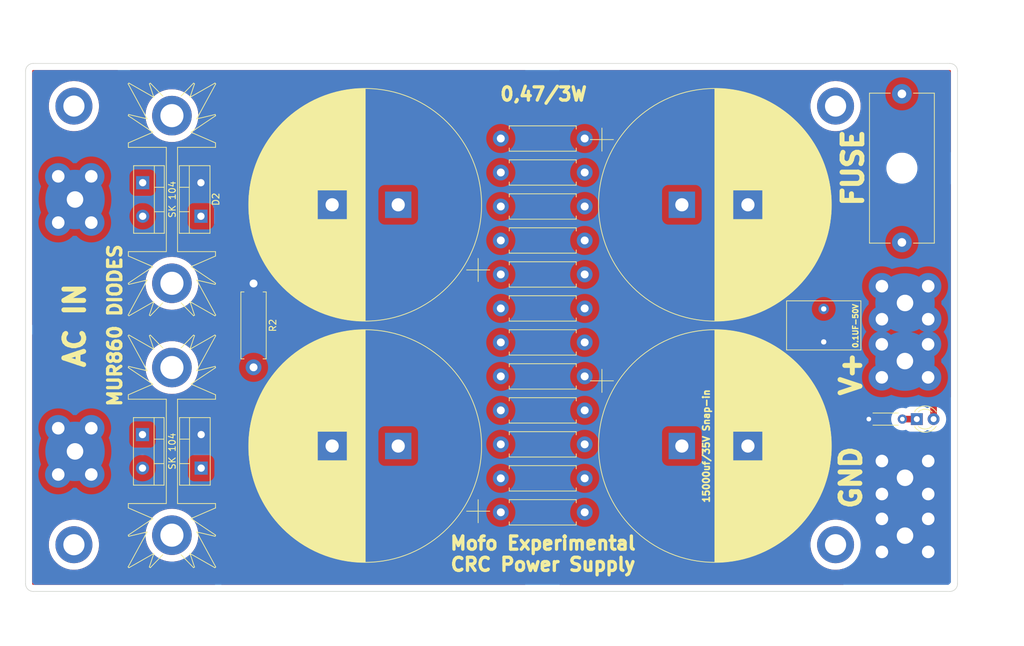
<source format=kicad_pcb>
(kicad_pcb (version 20211014) (generator pcbnew)
  (layers (0 "F.Cu" signal) (31 "B.Cu" signal) (34 "B.Paste" user) (35 "F.Paste" user) (36 "B.SilkS" user "B.Silkscreen") (37 "F.SilkS" user "F.Silkscreen") (38 "B.Mask" user) (39 "F.Mask" user) (44 "Edge.Cuts" user))
  (net 0 "")
  (net 1 "Net-(AC1-Pad1)")
  (net 2 "Net-(AC2-Pad1)")
  (net 3 "/V+")
  (net 4 "/GND")
  (net 5 "Net-(D1-Pad1)")
  (net 6 "Net-(F1-Pad1)")
  (footprint "Resistor_THT:R_Axial_DIN0411_L9.9mm_D3.6mm_P12.70mm_Horizontal" (layer "F.Cu") (at 132.8227 61.081164)
    (fp_text reference "R4" hide)
    (fp_text value "R")
    (pad "1" thru_hole circle locked (at 0 0) (size 2.4 2.4) (drill 1.2) (layers *.Cu *.Mask) (net 3 "/V+"))
    (pad "2" thru_hole oval locked (at 12.7 0) (size 2.4 2.4) (drill 1.2) (layers *.Cu *.Mask) (net 3 "/V+"))
  )
  (footprint "Custom Library:M4_Screw_Terminal" (layer "F.Cu") (at 190.5148 108.4111)
    (fp_text reference "GND2" hide)
    (fp_text value " " hide)
    (pad "1" thru_hole circle (at 0 0) (size 4 4) (drill 1.905) (layers *.Cu *.Mask) (net 4 "/GND"))
    (pad "1" thru_hole circle (at 3.5 2.54) (size 9 9) (drill 2.5) (layers *.Cu *.Mask) (net 4 "/GND"))
    (pad "1" thru_hole circle (at 7.0104 0) (size 4 4) (drill 1.905) (layers *.Cu *.Mask) (net 4 "/GND"))
    (pad "1" thru_hole circle (at 7.0104 5.0038) (size 4 4) (drill 1.905) (layers *.Cu *.Mask) (net 4 "/GND"))
    (pad "1" thru_hole circle (at 0 5.0038) (size 4 4) (drill 1.905) (layers *.Cu *.Mask) (net 4 "/GND"))
  )
  (footprint "MountingHole:MountingHole_3.2mm_M3_DIN965_Pad" (layer "F.Cu") (at 68.2 45.874802)
    (fp_text reference "H4" hide)
    (fp_text value "MountingHole")
    (pad "1" thru_hole circle locked (at 0 0) (size 5.6 5.6) (drill 3.2) (layers *.Cu *.Mask))
  )
  (footprint "MountingHole:MountingHole_3.2mm_M3_DIN965_Pad" (layer "F.Cu") (at 183.5 45.874802)
    (fp_text reference "H3" hide)
    (fp_text value "MountingHole")
    (pad "1" thru_hole circle locked (at 0 0) (size 5.6 5.6) (drill 3.2) (layers *.Cu *.Mask))
  )
  (footprint "Fuse:Fuseholder_Cylinder-5x20mm_Schurter_0031_8201_Horizontal_Open" (layer "F.Cu") (at 193.5427 66.523505 90)
    (fp_text reference "FUSE" (at 11.293505 -7.4127 90) (layer "F.SilkS") (effects (font (size 3 3) (thickness 0.75))))
    (fp_text value "Fuse")
    (pad "" np_thru_hole circle locked (at 11.25 0 90) (size 2.7 2.7) (drill 2.7) (layers *.Cu *.Mask))
    (pad "1" thru_hole circle locked (at 0 0 90) (size 3 3) (drill 1.3) (layers *.Cu *.Mask) (net 6 "Net-(F1-Pad1)"))
    (pad "2" thru_hole circle locked (at 22.5 0 90) (size 3 3) (drill 1.3) (layers *.Cu *.Mask) (net 3 "/V+"))
  )
  (footprint "Resistor_THT:R_Axial_DIN0411_L9.9mm_D3.6mm_P12.70mm_Horizontal" (layer "F.Cu") (at 132.8227 91.97025)
    (fp_text reference "R6" hide)
    (fp_text value "R7")
    (pad "1" thru_hole circle locked (at 0 0) (size 2.4 2.4) (drill 1.2) (layers *.Cu *.Mask) (net 3 "/V+"))
    (pad "2" thru_hole oval locked (at 12.7 0) (size 2.4 2.4) (drill 1.2) (layers *.Cu *.Mask) (net 3 "/V+"))
  )
  (footprint "Capacitor_THT:CP_Radial_D35.0mm_P10.00mm_SnapIn" (layer "F.Cu") (at 160.232201 97.374802)
    (fp_text reference "C2" hide)
    (fp_text value "CP")
    (pad "1" thru_hole rect locked (at 0 0) (size 4 4) (drill 2) (layers *.Cu *.Mask) (net 3 "/V+"))
    (pad "2" thru_hole circle locked (at 10 0) (size 4 4) (drill 2) (layers *.Cu *.Mask) (net 4 "/GND"))
  )
  (footprint "Resistor_THT:R_Axial_DIN0411_L9.9mm_D3.6mm_P12.70mm_Horizontal" (layer "F.Cu") (at 132.8227 76.525707)
    (fp_text reference "R5" hide)
    (fp_text value "R")
    (pad "1" thru_hole circle locked (at 0 0) (size 2.4 2.4) (drill 1.2) (layers *.Cu *.Mask) (net 3 "/V+"))
    (pad "2" thru_hole oval locked (at 12.7 0) (size 2.4 2.4) (drill 1.2) (layers *.Cu *.Mask) (net 3 "/V+"))
  )
  (footprint "MountingHole:MountingHole_3.2mm_M3_DIN965_Pad" (layer "F.Cu") (at 183.5 112.324802)
    (fp_text reference "H1" hide)
    (fp_text value "MountingHole")
    (pad "1" thru_hole circle locked (at 0 0) (size 5.6 5.6) (drill 3.2) (layers *.Cu *.Mask))
  )
  (footprint "Custom Library:M4_Screw_Terminal" (layer "F.Cu") (at 190.4972 81.964605)
    (fp_text reference "V2+1" hide)
    (fp_text value " " hide)
    (pad "1" thru_hole circle (at 3.5 2.54) (size 9 9) (drill 2.5) (layers *.Cu *.Mask) (net 6 "Net-(F1-Pad1)"))
    (pad "1" thru_hole circle (at 0 5.0038) (size 4 4) (drill 1.905) (layers *.Cu *.Mask) (net 6 "Net-(F1-Pad1)"))
    (pad "1" thru_hole circle (at 7.0104 5.0038) (size 4 4) (drill 1.905) (layers *.Cu *.Mask) (net 6 "Net-(F1-Pad1)"))
    (pad "1" thru_hole circle (at 0 0) (size 4 4) (drill 1.905) (layers *.Cu *.Mask) (net 6 "Net-(F1-Pad1)"))
    (pad "1" thru_hole circle (at 7.0104 0) (size 4 4) (drill 1.905) (layers *.Cu *.Mask) (net 6 "Net-(F1-Pad1)"))
  )
  (footprint "Heatsink:Heatsink_Fischer_SK104-STCB_35x13mm__2xDrill3.5mm_ScrewM3" (layer "F.Cu") (at 83.0377 60.019021 -90)
    (fp_text reference "REF**" hide)
    (fp_text value " " hide)
    (pad "1" thru_hole circle locked (at -12.7 0 90) (size 6 6) (drill 3.5) (layers *.Cu *.Mask))
    (pad "1" thru_hole circle locked (at 12.7 0 270) (size 6 6) (drill 3.5) (layers *.Cu *.Mask))
  )
  (footprint "Package_TO_SOT_THT:TO-220-2_Vertical" (layer "F.Cu") (at 87.4652 100.720583 90)
    (fp_text reference "D4" hide)
    (fp_text value "D" hide)
    (pad "1" thru_hole rect locked (at 0 0 90) (size 2 2) (drill 1.1) (layers *.Cu *.Mask) (net 1 "Net-(AC1-Pad1)"))
    (pad "2" thru_hole oval locked (at 5.08 0 90) (size 2 2) (drill 1.1) (layers *.Cu *.Mask) (net 4 "/GND"))
  )
  (footprint "Resistor_THT:R_Axial_DIN0411_L9.9mm_D3.6mm_P12.70mm_Horizontal" (layer "F.Cu") (at 132.8227 107.414802)
    (fp_text reference "R3" hide)
    (fp_text value "R")
    (pad "1" thru_hole circle locked (at 0 0) (size 2.4 2.4) (drill 1.2) (layers *.Cu *.Mask) (net 3 "/V+"))
    (pad "2" thru_hole oval locked (at 12.7 0) (size 2.4 2.4) (drill 1.2) (layers *.Cu *.Mask) (net 3 "/V+"))
  )
  (footprint "Package_TO_SOT_THT:TO-220-2_Vertical" (layer "F.Cu") (at 78.6127 57.479021 -90)
    (fp_text reference "D3" hide)
    (fp_text value "D")
    (pad "1" thru_hole rect locked (at 0 0 270) (size 2 2) (drill 1.1) (layers *.Cu *.Mask) (net 3 "/V+"))
    (pad "2" thru_hole oval locked (at 5.08 0 270) (size 2 2) (drill 1.1) (layers *.Cu *.Mask) (net 2 "Net-(AC2-Pad1)"))
  )
  (footprint "Resistor_THT:R_Axial_DIN0411_L9.9mm_D3.6mm_P12.70mm_Horizontal" (layer "F.Cu") (at 132.8227 55.932983)
    (fp_text reference "R5" hide)
    (fp_text value "R")
    (pad "1" thru_hole circle locked (at 0 0) (size 2.4 2.4) (drill 1.2) (layers *.Cu *.Mask) (net 3 "/V+"))
    (pad "2" thru_hole oval locked (at 12.7 0) (size 2.4 2.4) (drill 1.2) (layers *.Cu *.Mask) (net 3 "/V+"))
  )
  (footprint "Resistor_THT:R_Axial_DIN0204_L3.6mm_D1.6mm_P5.08mm_Horizontal" (layer "F.Cu") (at 188.5352 93.293505)
    (fp_text reference "R11" hide)
    (fp_text value "R")
    (pad "1" thru_hole circle locked (at 0 0) (size 1.4 1.4) (drill 0.7) (layers *.Cu *.Mask) (net 4 "/GND"))
    (pad "2" thru_hole oval locked (at 5.08 0) (size 1.4 1.4) (drill 0.7) (layers *.Cu *.Mask) (net 5 "Net-(D1-Pad1)"))
  )
  (footprint "Capacitor_THT:CP_Radial_D35.0mm_P10.00mm_SnapIn" (layer "F.Cu") (at 160.232201 60.824802)
    (fp_text reference "C1" hide)
    (fp_text value "CP")
    (pad "1" thru_hole rect locked (at 0 0) (size 4 4) (drill 2) (layers *.Cu *.Mask) (net 3 "/V+"))
    (pad "2" thru_hole circle locked (at 10 0) (size 4 4) (drill 2) (layers *.Cu *.Mask) (net 4 "/GND"))
  )
  (footprint "Resistor_THT:R_Axial_DIN0411_L9.9mm_D3.6mm_P12.70mm_Horizontal" (layer "F.Cu") (at 132.8227 86.822069)
    (fp_text reference "R3" hide)
    (fp_text value "R")
    (pad "1" thru_hole circle locked (at 0 0) (size 2.4 2.4) (drill 1.2) (layers *.Cu *.Mask) (net 3 "/V+"))
    (pad "2" thru_hole oval locked (at 12.7 0) (size 2.4 2.4) (drill 1.2) (layers *.Cu *.Mask) (net 3 "/V+"))
  )
  (footprint "Capacitor_THT:C_Rect_L7.2mm_W11.0mm_P5.00mm_FKS2_FKP2_MKS2_MKP2" (layer "F.Cu") (at 181.707795 76.599802 -90)
    (fp_text reference "0.1UF-50V" (at 2.580198 -4.812205 90) (layer "F.SilkS") (effects (font (size 0.8 0.8) (thickness 0.2))))
    (fp_text value "C")
    (pad "1" thru_hole circle locked (at 0 0 270) (size 1.6 1.6) (drill 0.8) (layers *.Cu *.Mask) (net 3 "/V+"))
    (pad "2" thru_hole circle locked (at 5 0 270) (size 1.6 1.6) (drill 0.8) (layers *.Cu *.Mask) (net 4 "/GND"))
  )
  (footprint "Custom Library:M4_Screw_Terminal" (layer "F.Cu") (at 65.8252 101.685783 90)
    (fp_text reference "AC1" hide)
    (fp_text value "Screw_Terminal_01x01" hide)
    (pad "1" thru_hole circle (at 0 0 90) (size 4 4) (drill 1.905) (layers *.Cu *.Mask) (net 1 "Net-(AC1-Pad1)"))
    (pad "1" thru_hole circle (at 3.5 2.54 90) (size 9 9) (drill 2.5) (layers *.Cu *.Mask) (net 1 "Net-(AC1-Pad1)"))
    (pad "1" thru_hole circle (at 0 5.0038 90) (size 4 4) (drill 1.905) (layers *.Cu *.Mask) (net 1 "Net-(AC1-Pad1)"))
    (pad "1" thru_hole circle (at 7.0104 0 90) (size 4 4) (drill 1.905) (layers *.Cu *.Mask) (net 1 "Net-(AC1-Pad1)"))
    (pad "1" thru_hole circle (at 7.0104 5.0038 90) (size 4 4) (drill 1.905) (layers *.Cu *.Mask) (net 1 "Net-(AC1-Pad1)"))
  )
  (footprint "Heatsink:Heatsink_Fischer_SK104-STCB_35x13mm__2xDrill3.5mm_ScrewM3" (layer "F.Cu") (at 83.0352 98.180583 90)
    (fp_text reference "REF**" hide)
    (fp_text value "" hide)
    (pad "1" thru_hole circle locked (at 12.7 0 90) (size 6 6) (drill 3.5) (layers *.Cu *.Mask))
    (pad "1" thru_hole circle locked (at -12.7 0 270) (size 6 6) (drill 3.5) (layers *.Cu *.Mask))
  )
  (footprint "Resistor_THT:R_Axial_DIN0411_L9.9mm_D3.6mm_P12.70mm_Horizontal" (layer "F.Cu") (at 132.8227 97.118431)
    (fp_text reference "R5" hide)
    (fp_text value "R")
    (pad "1" thru_hole circle locked (at 0 0) (size 2.4 2.4) (drill 1.2) (layers *.Cu *.Mask) (net 3 "/V+"))
    (pad "2" thru_hole oval locked (at 12.7 0) (size 2.4 2.4) (drill 1.2) (layers *.Cu *.Mask) (net 3 "/V+"))
  )
  (footprint "MountingHole:MountingHole_3.2mm_M3_DIN965_Pad" (layer "F.Cu") (at 68.2 112.324802)
    (fp_text reference "H2" hide)
    (fp_text value "MountingHole")
    (pad "1" thru_hole circle locked (at 0 0) (size 5.6 5.6) (drill 3.2) (layers *.Cu *.Mask))
  )
  (footprint "Custom Library:M4_Screw_Terminal" (layer "F.Cu") (at 190.5148 73.159789)
    (fp_text reference "V1+1" hide)
    (fp_text value " " hide)
    (pad "1" thru_hole circle (at 7.0104 5.0038) (size 4 4) (drill 1.905) (layers *.Cu *.Mask) (net 6 "Net-(F1-Pad1)"))
    (pad "1" thru_hole circle (at 7.0104 0) (size 4 4) (drill 1.905) (layers *.Cu *.Mask) (net 6 "Net-(F1-Pad1)"))
    (pad "1" thru_hole circle (at 3.5 2.54) (size 9 9) (drill 2.5) (layers *.Cu *.Mask) (net 6 "Net-(F1-Pad1)"))
    (pad "1" thru_hole circle (at 0 5.0038) (size 4 4) (drill 1.905) (layers *.Cu *.Mask) (net 6 "Net-(F1-Pad1)"))
    (pad "1" thru_hole circle (at 0 0) (size 4 4) (drill 1.905) (layers *.Cu *.Mask) (net 6 "Net-(F1-Pad1)"))
  )
  (footprint "Resistor_THT:R_Axial_DIN0411_L9.9mm_D3.6mm_P12.70mm_Horizontal" (layer "F.Cu") (at 132.8227 102.266612)
    (fp_text reference "R4" hide)
    (fp_text value "R")
    (pad "1" thru_hole circle locked (at 0 0) (size 2.4 2.4) (drill 1.2) (layers *.Cu *.Mask) (net 3 "/V+"))
    (pad "2" thru_hole oval locked (at 12.7 0) (size 2.4 2.4) (drill 1.2) (layers *.Cu *.Mask) (net 3 "/V+"))
  )
  (footprint "Capacitor_THT:CP_Radial_D35.0mm_P10.00mm_SnapIn" (layer "F.Cu") (at 117.2927 97.374802 180)
    (fp_text reference "C3" hide)
    (fp_text value "CP")
    (pad "1" thru_hole rect locked (at 0 0 180) (size 4 4) (drill 2) (layers *.Cu *.Mask) (net 3 "/V+"))
    (pad "2" thru_hole circle locked (at 10 0 180) (size 4 4) (drill 2) (layers *.Cu *.Mask) (net 4 "/GND"))
  )
  (footprint "Resistor_THT:R_Axial_DIN0411_L9.9mm_D3.6mm_P12.70mm_Horizontal" (layer "F.Cu") (at 132.8227 66.229345)
    (fp_text reference "R3" hide)
    (fp_text value "R")
    (pad "1" thru_hole circle locked (at 0 0) (size 2.4 2.4) (drill 1.2) (layers *.Cu *.Mask) (net 3 "/V+"))
    (pad "2" thru_hole oval locked (at 12.7 0) (size 2.4 2.4) (drill 1.2) (layers *.Cu *.Mask) (net 3 "/V+"))
  )
  (footprint "Resistor_THT:R_Axial_DIN0411_L9.9mm_D3.6mm_P12.70mm_Horizontal" (layer "F.Cu") (at 132.8227 71.377526)
    (fp_text reference "R6" hide)
    (fp_text value "R7")
    (pad "1" thru_hole circle locked (at 0 0) (size 2.4 2.4) (drill 1.2) (layers *.Cu *.Mask) (net 3 "/V+"))
    (pad "2" thru_hole oval locked (at 12.7 0) (size 2.4 2.4) (drill 1.2) (layers *.Cu *.Mask) (net 3 "/V+"))
  )
  (footprint "Custom Library:M4_Screw_Terminal" (layer "F.Cu") (at 65.8252 63.524221 90)
    (fp_text reference "AC2" hide)
    (fp_text value "Screw_Terminal_01x01" hide)
    (pad "1" thru_hole circle (at 0 0 90) (size 4 4) (drill 1.905) (layers *.Cu *.Mask) (net 2 "Net-(AC2-Pad1)"))
    (pad "1" thru_hole circle (at 7.0104 5.0038 90) (size 4 4) (drill 1.905) (layers *.Cu *.Mask) (net 2 "Net-(AC2-Pad1)"))
    (pad "1" thru_hole circle (at 7.0104 0 90) (size 4 4) (drill 1.905) (layers *.Cu *.Mask) (net 2 "Net-(AC2-Pad1)"))
    (pad "1" thru_hole circle (at 0 5.0038 90) (size 4 4) (drill 1.905) (layers *.Cu *.Mask) (net 2 "Net-(AC2-Pad1)"))
    (pad "1" thru_hole circle (at 3.5 2.54 90) (size 9 9) (drill 2.5) (layers *.Cu *.Mask) (net 2 "Net-(AC2-Pad1)"))
  )
  (footprint "Resistor_THT:R_Axial_DIN0411_L9.9mm_D3.6mm_P12.70mm_Horizontal" (layer "F.Cu") (at 95.3927 72.749802 -90)
    (fp_text reference "R2" (at 6.35 -2.92 90) (layer "F.SilkS"))
    (fp_text value "R")
    (pad "1" thru_hole circle locked (at 0 0 270) (size 2.4 2.4) (drill 1.2) (layers *.Cu *.Mask) (net 4 "/GND"))
    (pad "2" thru_hole oval locked (at 12.7 0 270) (size 2.4 2.4) (drill 1.2) (layers *.Cu *.Mask) (net 3 "/V+"))
  )
  (footprint "Resistor_THT:R_Axial_DIN0411_L9.9mm_D3.6mm_P12.70mm_Horizontal" (layer "F.Cu") (at 132.8227 50.784802)
    (fp_text reference "R6" hide)
    (fp_text value "R7")
    (pad "1" thru_hole circle locked (at 0 0) (size 2.4 2.4) (drill 1.2) (layers *.Cu *.Mask) (net 3 "/V+"))
    (pad "2" thru_hole oval locked (at 12.7 0) (size 2.4 2.4) (drill 1.2) (layers *.Cu *.Mask) (net 3 "/V+"))
  )
  (footprint "Custom Library:M4_Screw_Terminal" (layer "F.Cu") (at 190.5148 99.643505)
    (fp_text reference "GND1" hide)
    (fp_text value " " hide)
    (pad "1" thru_hole circle (at 7.0104 0) (size 4 4) (drill 1.905) (layers *.Cu *.Mask) (net 4 "/GND"))
    (pad "1" thru_hole circle (at 0 5.0038) (size 4 4) (drill 1.905) (layers *.Cu *.Mask) (net 4 "/GND"))
    (pad "1" thru_hole circle (at 0 0) (size 4 4) (drill 1.905) (layers *.Cu *.Mask) (net 4 "/GND"))
    (pad "1" thru_hole circle (at 3.5 2.54) (size 9 9) (drill 2.5) (layers *.Cu *.Mask) (net 4 "/GND"))
    (pad "1" thru_hole circle (at 7.0104 5.0038) (size 4 4) (drill 1.905) (layers *.Cu *.Mask) (net 4 "/GND"))
  )
  (footprint "Capacitor_THT:CP_Radial_D35.0mm_P10.00mm_SnapIn" (layer "F.Cu") (at 117.2927 60.824802 180)
    (fp_text reference "C4" hide)
    (fp_text value "CP")
    (pad "1" thru_hole rect locked (at 0 0 180) (size 4 4) (drill 2) (layers *.Cu *.Mask) (net 3 "/V+"))
    (pad "2" thru_hole circle locked (at 10 0 180) (size 4 4) (drill 2) (layers *.Cu *.Mask) (net 4 "/GND"))
  )
  (footprint "Package_TO_SOT_THT:TO-220-2_Vertical" (layer "F.Cu") (at 87.4277 62.559021 90)
    (fp_text reference "D2" (at 2.57 2.265366 90) (layer "F.SilkS"))
    (fp_text value "D" hide)
    (fp_text user " SK 104" (at 2.159021 -4.3377 90) (layer "F.SilkS"))
    (pad "1" thru_hole rect locked (at 0 0 90) (size 2 2) (drill 1.1) (layers *.Cu *.Mask) (net 2 "Net-(AC2-Pad1)"))
    (pad "2" thru_hole oval locked (at 5.08 0 90) (size 2 2) (drill 1.1) (layers *.Cu *.Mask) (net 4 "/GND"))
  )
  (footprint "Package_TO_SOT_THT:TO-220-2_Vertical" (layer "F.Cu") (at 78.5802 95.640583 -90)
    (fp_text reference "D5" hide)
    (fp_text value "D" hide)
    (pad "1" thru_hole rect locked (at 0 0 270) (size 2 2) (drill 1.1) (layers *.Cu *.Mask) (net 3 "/V+"))
    (pad "2" thru_hole oval locked (at 5.08 0 270) (size 2 2) (drill 1.1) (layers *.Cu *.Mask) (net 1 "Net-(AC1-Pad1)"))
  )
  (footprint "LED_THT:LED_D3.0mm" (layer "F.Cu") (at 195.8002 93.293505)
    (fp_text reference "D1" hide)
    (fp_text value "LED")
    (pad "1" thru_hole rect locked (at 0 0) (size 1.8 1.8) (drill 0.9) (layers *.Cu *.Mask) (net 5 "Net-(D1-Pad1)"))
    (pad "2" thru_hole circle locked (at 2.54 0) (size 1.8 1.8) (drill 0.9) (layers *.Cu *.Mask) (net 6 "Net-(F1-Pad1)"))
  )
  (footprint "Resistor_THT:R_Axial_DIN0411_L9.9mm_D3.6mm_P12.70mm_Horizontal" (layer "F.Cu") (at 132.8227 81.673888)
    (fp_text reference "R4" hide)
    (fp_text value "R")
    (pad "1" thru_hole circle locked (at 0 0) (size 2.4 2.4) (drill 1.2) (layers *.Cu *.Mask) (net 3 "/V+"))
    (pad "2" thru_hole oval locked (at 12.7 0) (size 2.4 2.4) (drill 1.2) (layers *.Cu *.Mask) (net 3 "/V+"))
  )
  (gr_line (start 200.81 119.4) (end 62.03 119.4) (layer "Edge.Cuts") (width 0.1))
  (gr_arc (start 201.96 118.25) (mid 201.623173 119.063173) (end 200.81 119.4) (layer "Edge.Cuts") (width 0.1))
  (gr_line (start 60.88 118.25) (end 60.883173 40.56) (layer "Edge.Cuts") (width 0.1))
  (gr_line (start 201.96 40.56) (end 201.96 118.25) (layer "Edge.Cuts") (width 0.1))
  (gr_arc (start 62.03 119.4) (mid 61.216827 119.063173) (end 60.88 118.25) (layer "Edge.Cuts") (width 0.1))
  (gr_line (start 62.033173 39.41) (end 200.81 39.41) (layer "Edge.Cuts") (width 0.1))
  (gr_arc (start 200.81 39.41) (mid 201.623172 39.746827) (end 201.96 40.56) (layer "Edge.Cuts") (width 0.1))
  (gr_arc (start 60.883173 40.56) (mid 61.22 39.746827) (end 62.033173 39.41) (layer "Edge.Cuts") (width 0.1))
  (gr_text "GND\n" (at 185.83 102.16 90) (layer "F.SilkS") (effects (font (size 3 3) (thickness 0.75))))
  (gr_text "AC IN" (at 68.33 79.1 90) (layer "F.SilkS") (effects (font (size 3 3) (thickness 0.75))))
  (gr_text "V+" (at 185.83 86.45 90) (layer "F.SilkS") (effects (font (size 3 3) (thickness 0.75))))
  (gr_text " SK 104" (at 83.08 98.55 90) (layer "F.SilkS") (effects (font (size 1 1))))
  (gr_text "Mofo Experimental\nCRC Power Supply" (at 139.21 113.71) (layer "F.SilkS") (effects (font (size 2 2) (thickness 0.5))))
  (gr_text "0,47/3W" (at 139.29 44.06) (layer "F.SilkS") (effects (font (size 2 2) (thickness 0.5))))
  (gr_text "MUR860 DIODES" (at 74.4 79.1 90) (layer "F.SilkS") (effects (font (size 2 2) (thickness 0.5))))
  (gr_text "15000uf/35V Snap-in" (at 163.93 97.374802 90) (layer "F.SilkS") (effects (font (size 1 1) (thickness 0.25))))
  (segment (start 193.6152 93.293505) (end 195.8002 93.293505) (width 1) (layer "F.Cu") (net 5))
  (segment (start 198.3402 87.801005) (end 197.5076 86.968405) (width 1) (layer "F.Cu") (net 6))
  (segment (start 198.3402 93.293505) (end 198.3402 87.801005) (width 1) (layer "F.Cu") (net 6))
  (zone (net 6) (net_name "Net-(F1-Pad1)") (layer "F.Cu") (connect_pads yes (clearance 1)) (min_thickness 0.254) (fill yes (thermal_gap 0.508) (thermal_bridge_width 0.508) (smoothing fillet) (radius 1))
    (polygon (pts (xy 212.05 90.05) (xy 187.38 90.05) (xy 187.38 57.66) (xy 212.05 57.66)))
  )
  (zone (net 3) (net_name "/V+") (layer "F.Cu") (connect_pads yes (clearance 1)) (min_thickness 0.254) (fill yes (thermal_gap 0.508) (thermal_bridge_width 0.508) (smoothing fillet) (radius 1))
    (polygon (pts (xy 136.59 124.03) (xy 90.45 124.03) (xy 90.45 97.64) (xy 76.29 97.64) (xy 76.29 80.43) (xy 90.72 80.43) (xy 90.72 59.47) (xy 76.32 59.47) (xy 76.32 40.23) (xy 90.45 40.23) (xy 90.45 33.39) (xy 136.59 33.39)))
  )
  (zone (net 3) (net_name "/V+") (layer "F.Cu") (connect_pads yes (clearance 1)) (min_thickness 0.254) (fill yes (thermal_gap 0.508) (thermal_bridge_width 0.508) (smoothing fillet) (radius 1))
    (polygon (pts (xy 184.75 34.32) (xy 209.94 34.32) (xy 209.94 52.91) (xy 184.75 52.91) (xy 184.75 127.71) (xy 141.65 127.71) (xy 141.65 30.7) (xy 184.75 30.7)))
  )
  (zone (net 1) (net_name "Net-(AC1-Pad1)") (layer "F.Cu") (connect_pads yes (clearance 1)) (min_thickness 0.254) (fill yes (thermal_gap 0.508) (thermal_bridge_width 0.508) (smoothing fillet) (radius 1))
    (polygon (pts (xy 74.82 98.72) (xy 89.63 98.72) (xy 89.63 122.27) (xy 58.53 122.27) (xy 58.53 80.42) (xy 74.82 80.42)))
  )
  (zone (net 2) (net_name "Net-(AC2-Pad1)") (layer "F.Cu") (connect_pads yes (clearance 1)) (min_thickness 0.254) (fill yes (thermal_gap 0.508) (thermal_bridge_width 0.508) (smoothing fillet) (radius 1))
    (polygon (pts (xy 74.89 60.54) (xy 89.42 60.54) (xy 89.42 79.08) (xy 58.8 79.08) (xy 58.8 38.64) (xy 74.89 38.64)))
  )
  (zone (net 4) (net_name "/GND") (layer "B.Cu") (connect_pads yes (clearance 1)) (min_thickness 0.254) (fill yes (thermal_gap 0.508) (thermal_bridge_width 0.508) (smoothing fillet) (radius 4))
    (polygon (pts (xy 204.55 35.32) (xy 204.55 121.29) (xy 57.01 121.42) (xy 59.03 36.81) (xy 120.34 29.8)))
  )
)
</source>
